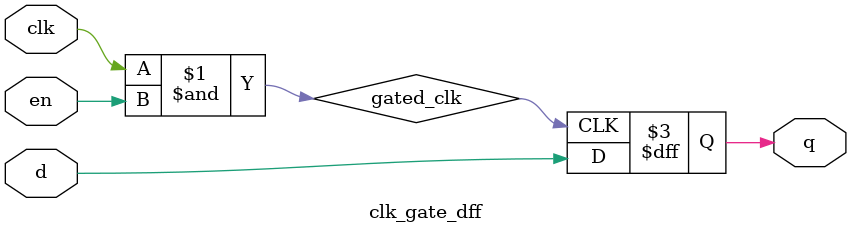
<source format=sv>
module clk_gate_dff (
    input clk, en,
    input d,
    output reg q
);
wire gated_clk = clk & en;
always @(posedge gated_clk)
    q <= d;
endmodule
</source>
